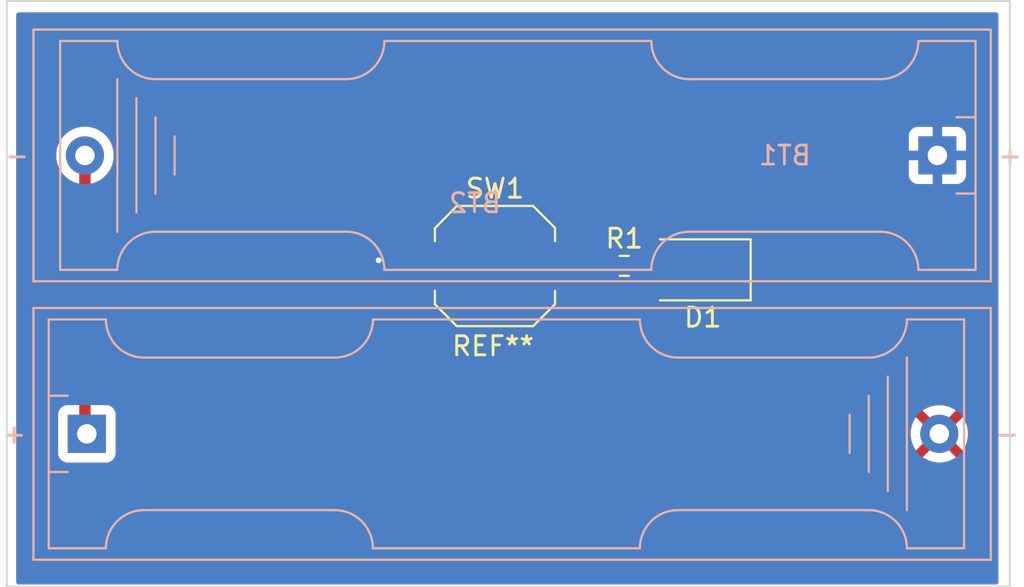
<source format=kicad_pcb>
(kicad_pcb (version 20241229) (generator "pcbnew") (generator_version "9.0")
  (title_block (rev "1"))
  (layers (0 "F.Cu" signal "Front") (2 "B.Cu" signal "Back") (13 "F.Paste" user) (15 "B.Paste" user) (5 "F.SilkS" user "F.Silkscreen") (7 "B.SilkS" user "B.Silkscreen") (1 "F.Mask" user) (3 "B.Mask" user) (25 "Edge.Cuts" user))
  (net 0 "")
  (net 1 "Net-(BT1--)")
  (net 2 "Net-(D1-A)")
  (net 3 "Net-(R1-Pad1)")
  (net 4 "+BATT")
  (net 5 "GND")
  (footprint "LED_SMD:LED_PLCC-2_3.4x3.0mm_KA" (layer "F.Cu") (at 154 91.5 180)
    (property "Reference" "D1" (at 0 -2.5 0) (layer "F.SilkS"))
    (property "Value" "LED")
    (fp_line (start 2.25 1.6) (end -2.51 1.6) (stroke (width 0.12)) (layer "F.SilkS"))
    (fp_line (start 2.25 -1.6) (end -2.51 -1.6) (stroke (width 0.12)) (layer "F.SilkS"))
    (fp_line (start -2.51 -1.6) (end -2.51 1.6) (stroke (width 0.12)) (layer "F.SilkS"))
    (pad "1" smd roundrect (at -1.5 0 180) (size 1.5 2.6) (layers "F.Cu" "F.Mask" "F.Paste") (roundrect_rratio 0.1666666667) (net 5 "GND"))
    (pad "2" smd roundrect (at 1.5 0 180) (size 1.5 2.6) (layers "F.Cu" "F.Mask" "F.Paste") (roundrect_rratio 0.1666666667) (net 2 "Net-(D1-A)"))
  )
  (footprint "Button_Switch_SMD:SW_Push_1TS009xxxx-xxxx-xxxx_6x6x5mm" (layer "F.Cu") (at 143.1 91.3)
    (property "Reference" "SW1" (at 0 -4.064 0) (layer "F.SilkS"))
    (property "Value" "SW_Push")
    (fp_line (start -3.15 -1.981) (end -2 -3.15) (stroke (width 0.12)) (layer "F.SilkS"))
    (fp_line (start -3.15 -1.3) (end -3.15 -1.981) (stroke (width 0.12)) (layer "F.SilkS"))
    (fp_line (start -3.15 1.3) (end -3.15 2) (stroke (width 0.12)) (layer "F.SilkS"))
    (fp_line (start -3.15 2) (end -2 3.15) (stroke (width 0.12)) (layer "F.SilkS"))
    (fp_line (start -2 -3.15) (end 2 -3.15) (stroke (width 0.12)) (layer "F.SilkS"))
    (fp_line (start -2 3.15) (end 2 3.15) (stroke (width 0.12)) (layer "F.SilkS"))
    (fp_line (start 2 -3.15) (end 3.15 -2) (stroke (width 0.12)) (layer "F.SilkS"))
    (fp_line (start 2 3.15) (end 3.15 2) (stroke (width 0.12)) (layer "F.SilkS"))
    (fp_line (start 3.15 -2) (end 3.15 -1.3) (stroke (width 0.12)) (layer "F.SilkS"))
    (fp_line (start 3.15 2) (end 3.15 1.3) (stroke (width 0.12)) (layer "F.SilkS"))
    (fp_text user "REF**" (at -0.1 4.2 0) (layer "F.SilkS"))
    (pad "1" smd roundrect (at -3 0) (size 2 2) (layers "F.Cu" "F.Mask" "F.Paste") (net 4 "+BATT"))
    (pad "2" smd roundrect (at 3 0) (size 2 2) (layers "F.Cu" "F.Mask" "F.Paste") (net 3 "Net-(R1-Pad1)"))
  )
  (footprint "Resistor_SMD:R_0603_1608Metric" (layer "F.Cu") (at 149.88 91.29)
    (property "Reference" "R1" (at 0 -1.43 0) (layer "F.SilkS"))
    (property "Value" "400")
    (fp_line (start -0.237258 -0.5225) (end 0.237258 -0.5225) (stroke (width 0.12)) (layer "F.SilkS"))
    (fp_line (start -0.237258 0.5225) (end 0.237258 0.5225) (stroke (width 0.12)) (layer "F.SilkS"))
    (pad "1" smd roundrect (at -0.825 0) (size 0.8 0.95) (layers "F.Cu" "F.Mask" "F.Paste") (net 3 "Net-(R1-Pad1)"))
    (pad "2" smd roundrect (at 0.825 0) (size 0.8 0.95) (layers "F.Cu" "F.Mask" "F.Paste") (net 2 "Net-(D1-A)"))
  )
  (footprint "Battery:BatteryHolder_Keystone_2466_1xAAA" (layer "B.Cu") (at 121.7 100.1)
    (property "Reference" "BT2" (at 20.35 -12.1 0) (layer "B.SilkS") (effects (justify mirror)))
    (property "Value" "Battery")
    (fp_line (start -2.8 -6.6) (end 47.4 -6.6) (stroke (width 0.12)) (layer "B.SilkS"))
    (fp_line (start -2.8 6.6) (end -2.8 -6.6) (stroke (width 0.12)) (layer "B.SilkS"))
    (fp_line (start -2 -6) (end 1 -6) (stroke (width 0.12)) (layer "B.SilkS"))
    (fp_line (start -2 2) (end -1 2) (stroke (width 0.12)) (layer "B.SilkS"))
    (fp_line (start -2 6) (end -2 -6) (stroke (width 0.12)) (layer "B.SilkS"))
    (fp_line (start -2 6) (end 1 6) (stroke (width 0.12)) (layer "B.SilkS"))
    (fp_line (start -1 -2) (end -2 -2) (stroke (width 0.12)) (layer "B.SilkS"))
    (fp_line (start 3 -4) (end 13 -4) (stroke (width 0.12)) (layer "B.SilkS"))
    (fp_line (start 3 4) (end 13 4) (stroke (width 0.12)) (layer "B.SilkS"))
    (fp_line (start 15 -6) (end 29 -6) (stroke (width 0.12)) (layer "B.SilkS"))
    (fp_line (start 29 6) (end 15 6) (stroke (width 0.12)) (layer "B.SilkS"))
    (fp_line (start 40 1) (end 40 -1) (stroke (width 0.12)) (layer "B.SilkS"))
    (fp_line (start 41 -4) (end 31 -4) (stroke (width 0.12)) (layer "B.SilkS"))
    (fp_line (start 41 2) (end 41 -2) (stroke (width 0.12)) (layer "B.SilkS"))
    (fp_line (start 41 4) (end 31 4) (stroke (width 0.12)) (layer "B.SilkS"))
    (fp_line (start 42 -3) (end 42 3) (stroke (width 0.12)) (layer "B.SilkS"))
    (fp_line (start 43 4) (end 43 -4) (stroke (width 0.12)) (layer "B.SilkS"))
    (fp_line (start 46 -6) (end 43 -6) (stroke (width 0.12)) (layer "B.SilkS"))
    (fp_line (start 46 6) (end 43 6) (stroke (width 0.12)) (layer "B.SilkS"))
    (fp_line (start 46 6) (end 46 -6) (stroke (width 0.12)) (layer "B.SilkS"))
    (fp_line (start 47.4 -6.6) (end 47.4 6.6) (stroke (width 0.12)) (layer "B.SilkS"))
    (fp_line (start 47.4 6.6) (end -2.8 6.6) (stroke (width 0.12)) (layer "B.SilkS"))
    (fp_arc (start 1 6) (mid 1.585786 4.585786) (end 3 4) (stroke (width 0.12)) (layer "B.SilkS"))
    (fp_arc (start 3 -4) (mid 1.585786 -4.585786) (end 1 -6) (stroke (width 0.12)) (layer "B.SilkS"))
    (fp_arc (start 13 4) (mid 14.414214 4.585786) (end 15 6) (stroke (width 0.12)) (layer "B.SilkS"))
    (fp_arc (start 15 -6) (mid 14.414214 -4.585786) (end 13 -4) (stroke (width 0.12)) (layer "B.SilkS"))
    (fp_arc (start 29 6) (mid 29.585786 4.585786) (end 31 4) (stroke (width 0.12)) (layer "B.SilkS"))
    (fp_arc (start 31 -4) (mid 29.585786 -4.585786) (end 29 -6) (stroke (width 0.12)) (layer "B.SilkS"))
    (fp_arc (start 41 4) (mid 42.414214 4.585786) (end 43 6) (stroke (width 0.12)) (layer "B.SilkS"))
    (fp_arc (start 43 -6) (mid 42.414214 -4.585786) (end 41 -4) (stroke (width 0.12)) (layer "B.SilkS"))
    (fp_text user "+" (at -3.81 0 180) (layer "B.SilkS") (effects (justify mirror)))
    (fp_text user "-" (at 48.26 0 180) (layer "B.SilkS") (effects (justify mirror)))
    (pad "1" thru_hole rect (at 0 0) (size 2 2) (drill 1.02) (layers "*.Cu" "*.Mask") (net 1 "Net-(BT1--)"))
    (pad "2" thru_hole circle (at 44.7 0) (size 2 2) (drill 1.02) (layers "*.Cu" "*.Mask") (net 5 "GND"))
  )
  (footprint "Battery:BatteryHolder_Keystone_2466_1xAAA" (layer "B.Cu") (at 166.3 85.5 180)
    (property "Reference" "BT1" (at 8 0 0) (layer "B.SilkS") (effects (justify mirror)))
    (property "Value" "Battery")
    (fp_line (start 47.4 6.6) (end -2.8 6.6) (stroke (width 0.12)) (layer "B.SilkS"))
    (fp_line (start 47.4 -6.6) (end 47.4 6.6) (stroke (width 0.12)) (layer "B.SilkS"))
    (fp_line (start 46 6) (end 46 -6) (stroke (width 0.12)) (layer "B.SilkS"))
    (fp_line (start 46 6) (end 43 6) (stroke (width 0.12)) (layer "B.SilkS"))
    (fp_line (start 46 -6) (end 43 -6) (stroke (width 0.12)) (layer "B.SilkS"))
    (fp_line (start 43 4) (end 43 -4) (stroke (width 0.12)) (layer "B.SilkS"))
    (fp_line (start 42 -3) (end 42 3) (stroke (width 0.12)) (layer "B.SilkS"))
    (fp_line (start 41 4) (end 31 4) (stroke (width 0.12)) (layer "B.SilkS"))
    (fp_line (start 41 2) (end 41 -2) (stroke (width 0.12)) (layer "B.SilkS"))
    (fp_line (start 41 -4) (end 31 -4) (stroke (width 0.12)) (layer "B.SilkS"))
    (fp_line (start 40 1) (end 40 -1) (stroke (width 0.12)) (layer "B.SilkS"))
    (fp_line (start 29 6) (end 15 6) (stroke (width 0.12)) (layer "B.SilkS"))
    (fp_line (start 15 -6) (end 29 -6) (stroke (width 0.12)) (layer "B.SilkS"))
    (fp_line (start 3 4) (end 13 4) (stroke (width 0.12)) (layer "B.SilkS"))
    (fp_line (start 3 -4) (end 13 -4) (stroke (width 0.12)) (layer "B.SilkS"))
    (fp_line (start -1 -2) (end -2 -2) (stroke (width 0.12)) (layer "B.SilkS"))
    (fp_line (start -2 6) (end 1 6) (stroke (width 0.12)) (layer "B.SilkS"))
    (fp_line (start -2 6) (end -2 -6) (stroke (width 0.12)) (layer "B.SilkS"))
    (fp_line (start -2 2) (end -1 2) (stroke (width 0.12)) (layer "B.SilkS"))
    (fp_line (start -2 -6) (end 1 -6) (stroke (width 0.12)) (layer "B.SilkS"))
    (fp_line (start -2.8 6.6) (end -2.8 -6.6) (stroke (width 0.12)) (layer "B.SilkS"))
    (fp_line (start -2.8 -6.6) (end 47.4 -6.6) (stroke (width 0.12)) (layer "B.SilkS"))
    (fp_arc (start 43 -6) (mid 42.414214 -4.585786) (end 41 -4) (stroke (width 0.12)) (layer "B.SilkS"))
    (fp_arc (start 41 4) (mid 42.414214 4.585786) (end 43 6) (stroke (width 0.12)) (layer "B.SilkS"))
    (fp_arc (start 31 -4) (mid 29.585786 -4.585786) (end 29 -6) (stroke (width 0.12)) (layer "B.SilkS"))
    (fp_arc (start 29 6) (mid 29.585786 4.585786) (end 31 4) (stroke (width 0.12)) (layer "B.SilkS"))
    (fp_arc (start 15 -6) (mid 14.414214 -4.585786) (end 13 -4) (stroke (width 0.12)) (layer "B.SilkS"))
    (fp_arc (start 13 4) (mid 14.414214 4.585786) (end 15 6) (stroke (width 0.12)) (layer "B.SilkS"))
    (fp_arc (start 3 -4) (mid 1.585786 -4.585786) (end 1 -6) (stroke (width 0.12)) (layer "B.SilkS"))
    (fp_arc (start 1 6) (mid 1.585786 4.585786) (end 3 4) (stroke (width 0.12)) (layer "B.SilkS"))
    (fp_text user "-" (at 48.26 0 0) (layer "B.SilkS") (effects (justify mirror)))
    (fp_text user "+" (at -3.81 0 0) (layer "B.SilkS") (effects (justify mirror)))
    (pad "1" thru_hole rect (at 0 0 180) (size 2 2) (drill 1.02) (layers "*.Cu" "*.Mask") (net 4 "+BATT"))
    (pad "2" thru_hole circle (at 44.7 0 180) (size 2 2) (drill 1.02) (layers "*.Cu" "*.Mask") (net 1 "Net-(BT1--)"))
  )
  (gr_rect (start 117.5 77.4) (end 170.1 108.1) (stroke (width 0.1)) (fill no) (layer "Edge.Cuts"))
  (segment (start 121.6 100) (end 121.7 100.1) (width 0.6) (layer "F.Cu") (net 1))
  (segment (start 121.6 85.5) (end 121.6 100) (width 0.6) (layer "F.Cu") (net 1))
  (segment (start 152.5 91.5) (end 150.915 91.5) (width 0.6) (layer "F.Cu") (net 2))
  (segment (start 150.915 91.5) (end 150.705 91.29) (width 0.6) (layer "F.Cu") (net 2))
  (segment (start 149.045 91.3) (end 149.055 91.29) (width 0.6) (layer "F.Cu") (net 3))
  (segment (start 146.1 91.3) (end 149.045 91.3) (width 0.6) (layer "F.Cu") (net 3))
  (segment (start 140.1 91.3) (end 137.3 91.3) (width 0.6) (layer "F.Cu") (net 4))
  (segment (start 137.3 91.3) (end 137 91) (width 0.6) (layer "F.Cu") (net 4))
  (via (at 137 91) (size 0.6) (drill 0.3) (layers "F.Cu" "B.Cu") (net 4))
  (zone (net 5) (net_name "GND") (layer "F.Cu") (connect_pads (clearance 0.508)) (min_thickness 0.25) (fill yes (thermal_gap 0.5) (thermal_bridge_width 0.5))
    (polygon (pts (xy 118 108) (xy 169.5 108) (xy 169.5 78) (xy 118 78)))
  )
  (zone (net 4) (net_name "+BATT") (layer "B.Cu") (connect_pads (clearance 0.508)) (min_thickness 0.25) (fill yes (thermal_gap 0.5) (thermal_bridge_width 0.5))
    (polygon (pts (xy 118 78) (xy 169.5 78) (xy 169.5 108) (xy 118 108)))
  )
)
</source>
